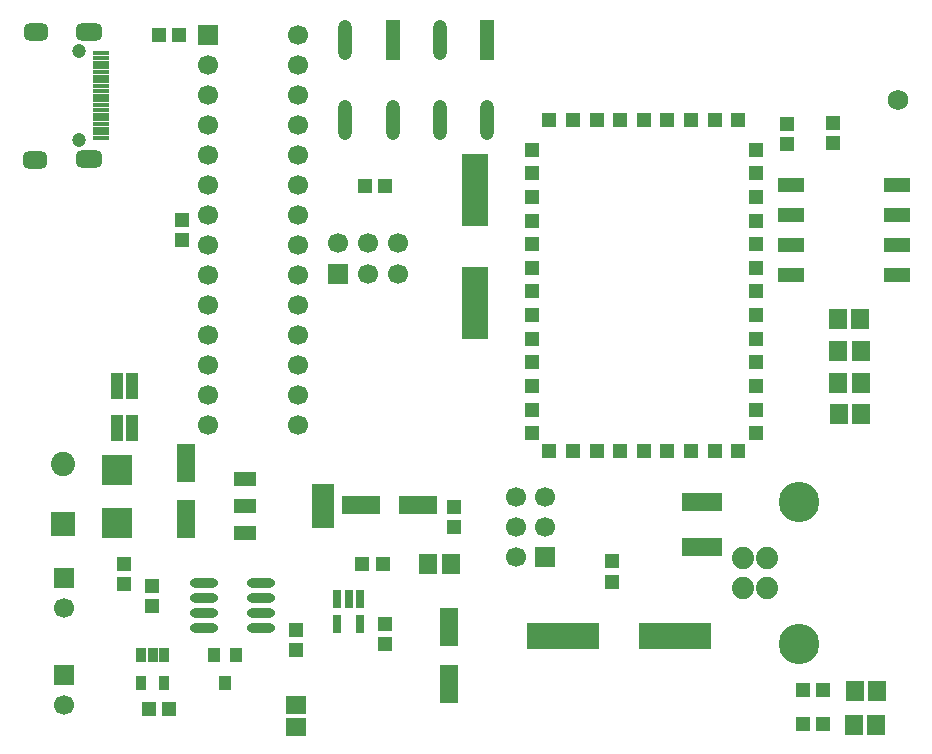
<source format=gts>
%FSLAX42Y42*%
%MOMM*%
G71*
G01*
G75*
G04 Layer_Color=8388736*
%ADD10R,1.30X1.50*%
%ADD11R,1.00X1.10*%
%ADD12R,1.10X1.00*%
%ADD13O,2.20X0.60*%
%ADD14R,1.50X1.30*%
%ADD15R,1.40X3.00*%
%ADD16R,3.00X1.40*%
%ADD17O,1.00X3.20*%
%ADD18R,1.00X3.20*%
%ADD19R,2.00X1.10*%
%ADD20R,6.00X2.00*%
%ADD21R,2.00X6.00*%
%ADD22R,0.80X2.00*%
%ADD23R,1.75X3.50*%
%ADD24R,1.75X1.10*%
%ADD25R,1.75X1.10*%
%ADD26R,2.30X2.30*%
%ADD27R,0.90X0.95*%
%ADD28R,0.90X0.95*%
%ADD29R,0.65X1.10*%
%ADD30R,0.55X1.45*%
%ADD31R,0.55X1.45*%
%ADD32R,1.00X1.00*%
%ADD33R,3.30X1.40*%
%ADD34C,1.00*%
%ADD35R,1.20X0.23*%
%ADD36C,0.40*%
%ADD37C,0.45*%
%ADD38C,0.25*%
%ADD39C,0.60*%
%ADD40C,0.25*%
%ADD41C,0.30*%
%ADD42C,1.52*%
%ADD43C,3.22*%
%ADD44C,1.68*%
%ADD45C,1.50*%
%ADD46R,1.50X1.50*%
%ADD47R,1.50X1.50*%
%ADD48C,1.85*%
%ADD49R,1.85X1.85*%
G04:AMPARAMS|DCode=50|XSize=1.25mm|YSize=2mm|CornerRadius=0.31mm|HoleSize=0mm|Usage=FLASHONLY|Rotation=270.000|XOffset=0mm|YOffset=0mm|HoleType=Round|Shape=RoundedRectangle|*
%AMROUNDEDRECTD50*
21,1,1.25,1.38,0,0,270.0*
21,1,0.63,2.00,0,0,270.0*
1,1,0.63,-0.69,-0.31*
1,1,0.63,-0.69,0.31*
1,1,0.63,0.69,0.31*
1,1,0.63,0.69,-0.31*
%
%ADD50ROUNDEDRECTD50*%
G04:AMPARAMS|DCode=51|XSize=1.25mm|YSize=1.8mm|CornerRadius=0.31mm|HoleSize=0mm|Usage=FLASHONLY|Rotation=270.000|XOffset=0mm|YOffset=0mm|HoleType=Round|Shape=RoundedRectangle|*
%AMROUNDEDRECTD51*
21,1,1.25,1.18,0,0,270.0*
21,1,0.63,1.80,0,0,270.0*
1,1,0.63,-0.59,-0.31*
1,1,0.63,-0.59,0.31*
1,1,0.63,0.59,0.31*
1,1,0.63,0.59,-0.31*
%
%ADD51ROUNDEDRECTD51*%
%ADD52C,0.70*%
%ADD53C,0.66*%
%ADD54O,0.85X0.30*%
%ADD55O,0.30X0.85*%
%ADD56R,2.80X2.80*%
%ADD57O,0.25X0.75*%
%ADD58O,0.75X0.25*%
%ADD59R,3.80X3.80*%
%ADD60R,1.70X1.10*%
%ADD61R,1.40X3.30*%
%ADD62R,2.00X0.70*%
%ADD63C,0.50*%
%ADD64C,0.10*%
%ADD65C,0.20*%
%ADD66C,0.10*%
%ADD67C,0.80*%
%ADD68C,0.13*%
%ADD69C,0.20*%
%ADD70R,0.70X0.60*%
%ADD71R,0.60X0.70*%
%ADD72R,1.50X1.70*%
%ADD73R,1.20X1.30*%
%ADD74R,1.30X1.20*%
%ADD75O,2.40X0.80*%
%ADD76R,1.70X1.50*%
%ADD77R,1.60X3.20*%
%ADD78R,3.20X1.60*%
%ADD79O,1.20X3.40*%
%ADD80R,1.20X3.40*%
%ADD81R,2.20X1.30*%
%ADD82R,6.20X2.20*%
%ADD83R,2.20X6.20*%
%ADD84R,1.00X2.20*%
%ADD85R,1.95X3.70*%
%ADD86R,1.95X1.30*%
%ADD87R,1.95X1.30*%
%ADD88R,2.50X2.50*%
%ADD89R,1.10X1.15*%
%ADD90R,1.10X1.15*%
%ADD91R,0.85X1.30*%
%ADD92R,0.75X1.65*%
%ADD93R,0.75X1.65*%
%ADD94R,1.20X1.20*%
%ADD95R,3.50X1.60*%
%ADD96C,1.20*%
%ADD97R,1.40X0.43*%
%ADD98C,1.73*%
%ADD99C,3.42*%
%ADD100C,1.88*%
%ADD101C,1.70*%
%ADD102R,1.70X1.70*%
%ADD103R,1.70X1.70*%
%ADD104C,2.05*%
%ADD105R,2.05X2.05*%
G04:AMPARAMS|DCode=106|XSize=1.45mm|YSize=2.2mm|CornerRadius=0.41mm|HoleSize=0mm|Usage=FLASHONLY|Rotation=270.000|XOffset=0mm|YOffset=0mm|HoleType=Round|Shape=RoundedRectangle|*
%AMROUNDEDRECTD106*
21,1,1.45,1.38,0,0,270.0*
21,1,0.63,2.20,0,0,270.0*
1,1,0.83,-0.69,-0.31*
1,1,0.83,-0.69,0.31*
1,1,0.83,0.69,0.31*
1,1,0.83,0.69,-0.31*
%
%ADD106ROUNDEDRECTD106*%
G04:AMPARAMS|DCode=107|XSize=1.45mm|YSize=2mm|CornerRadius=0.41mm|HoleSize=0mm|Usage=FLASHONLY|Rotation=270.000|XOffset=0mm|YOffset=0mm|HoleType=Round|Shape=RoundedRectangle|*
%AMROUNDEDRECTD107*
21,1,1.45,1.18,0,0,270.0*
21,1,0.63,2.00,0,0,270.0*
1,1,0.83,-0.59,-0.31*
1,1,0.83,-0.59,0.31*
1,1,0.83,0.59,0.31*
1,1,0.83,0.59,-0.31*
%
%ADD107ROUNDEDRECTD107*%
D72*
X594Y1219D02*
D03*
X784D02*
D03*
X597Y949D02*
D03*
X787D02*
D03*
X597Y679D02*
D03*
X787D02*
D03*
X602Y414D02*
D03*
X792D02*
D03*
X919Y-2219D02*
D03*
X729D02*
D03*
X927Y-1929D02*
D03*
X737D02*
D03*
X-2686Y-861D02*
D03*
X-2876D02*
D03*
D73*
X-4962Y2056D02*
D03*
Y1886D02*
D03*
X550Y2704D02*
D03*
Y2874D02*
D03*
X163Y2868D02*
D03*
Y2698D02*
D03*
X-1315Y-1006D02*
D03*
Y-836D02*
D03*
X-2653Y-543D02*
D03*
Y-373D02*
D03*
X-5452Y-854D02*
D03*
Y-1024D02*
D03*
X-5212Y-1044D02*
D03*
Y-1214D02*
D03*
X-3992Y-1419D02*
D03*
Y-1589D02*
D03*
X-3240Y-1364D02*
D03*
Y-1534D02*
D03*
D74*
X299Y-1925D02*
D03*
X469D02*
D03*
X297Y-2212D02*
D03*
X467D02*
D03*
X-5151Y3623D02*
D03*
X-4981D02*
D03*
X-3411Y2343D02*
D03*
X-3241D02*
D03*
X-3262Y-855D02*
D03*
X-3432D02*
D03*
X-5067Y-2088D02*
D03*
X-5237D02*
D03*
D75*
X-4292Y-1403D02*
D03*
Y-1276D02*
D03*
Y-1149D02*
D03*
Y-1022D02*
D03*
X-4772Y-1403D02*
D03*
Y-1276D02*
D03*
Y-1149D02*
D03*
Y-1022D02*
D03*
D76*
X-3994Y-2239D02*
D03*
Y-2049D02*
D03*
D77*
X-4922Y-480D02*
D03*
Y0D02*
D03*
X-2700Y-1392D02*
D03*
Y-1873D02*
D03*
D78*
X-3443Y-362D02*
D03*
X-2962D02*
D03*
D79*
X-2777Y2902D02*
D03*
X-2377D02*
D03*
X-2777Y3583D02*
D03*
X-3577Y2902D02*
D03*
X-3177D02*
D03*
X-3577Y3583D02*
D03*
D80*
X-2377Y3583D02*
D03*
X-3177Y3583D02*
D03*
D81*
X1090Y1588D02*
D03*
X200D02*
D03*
Y2350D02*
D03*
Y2096D02*
D03*
Y1842D02*
D03*
X1090D02*
D03*
Y2096D02*
D03*
Y2350D02*
D03*
D82*
X-782Y-1465D02*
D03*
X-1733D02*
D03*
D83*
X-2480Y2305D02*
D03*
Y1355D02*
D03*
D84*
X-5383Y295D02*
D03*
X-5510D02*
D03*
X-5383Y650D02*
D03*
X-5510D02*
D03*
D85*
X-3770Y-367D02*
D03*
D86*
X-4430Y-597D02*
D03*
Y-367D02*
D03*
D87*
Y-138D02*
D03*
D88*
X-5508Y-60D02*
D03*
Y-510D02*
D03*
D89*
X-4598Y-1865D02*
D03*
X-4503Y-1630D02*
D03*
D90*
X-4693D02*
D03*
D91*
X-5112Y-1867D02*
D03*
X-5303D02*
D03*
Y-1627D02*
D03*
X-5208D02*
D03*
X-5112D02*
D03*
D92*
X-3455Y-1150D02*
D03*
D93*
X-3550Y-1150D02*
D03*
X-3645D02*
D03*
Y-1365D02*
D03*
X-3455D02*
D03*
D94*
X-1850Y2900D02*
D03*
X-1650D02*
D03*
X-1450D02*
D03*
X-1250D02*
D03*
X-1050D02*
D03*
X-850D02*
D03*
X-650D02*
D03*
X-450D02*
D03*
X-250D02*
D03*
X-100Y2650D02*
D03*
Y2450D02*
D03*
Y2250D02*
D03*
Y2050D02*
D03*
Y1850D02*
D03*
Y1650D02*
D03*
Y1450D02*
D03*
Y1250D02*
D03*
Y1050D02*
D03*
Y850D02*
D03*
Y650D02*
D03*
Y450D02*
D03*
Y250D02*
D03*
X-250Y100D02*
D03*
X-450D02*
D03*
X-650D02*
D03*
X-850D02*
D03*
X-1050D02*
D03*
X-1250D02*
D03*
X-1450D02*
D03*
X-1650D02*
D03*
X-1850D02*
D03*
X-2000Y250D02*
D03*
Y450D02*
D03*
Y650D02*
D03*
Y850D02*
D03*
Y1050D02*
D03*
Y1250D02*
D03*
Y1450D02*
D03*
Y1650D02*
D03*
Y1850D02*
D03*
Y2050D02*
D03*
Y2250D02*
D03*
Y2450D02*
D03*
Y2650D02*
D03*
D95*
X-560Y-335D02*
D03*
Y-715D02*
D03*
D96*
X-5828Y2732D02*
D03*
Y3483D02*
D03*
D97*
X-5648Y2747D02*
D03*
Y2788D02*
D03*
Y2828D02*
D03*
Y2868D02*
D03*
Y2908D02*
D03*
Y2948D02*
D03*
Y2988D02*
D03*
Y3028D02*
D03*
Y3068D02*
D03*
Y3108D02*
D03*
Y3148D02*
D03*
Y3188D02*
D03*
Y3228D02*
D03*
Y3267D02*
D03*
Y3308D02*
D03*
Y3347D02*
D03*
Y3388D02*
D03*
Y3428D02*
D03*
Y3467D02*
D03*
D98*
X1105Y3075D02*
D03*
D99*
X265Y-335D02*
D03*
Y-1535D02*
D03*
D100*
X-6Y-810D02*
D03*
Y-1060D02*
D03*
X-206D02*
D03*
Y-810D02*
D03*
D101*
X-2136Y-294D02*
D03*
X-1883D02*
D03*
X-2136Y-548D02*
D03*
X-1883D02*
D03*
X-2136Y-802D02*
D03*
X-4743Y3370D02*
D03*
Y3116D02*
D03*
Y2862D02*
D03*
Y2608D02*
D03*
Y2354D02*
D03*
Y2100D02*
D03*
Y1846D02*
D03*
Y1592D02*
D03*
Y1338D02*
D03*
Y1084D02*
D03*
Y830D02*
D03*
Y576D02*
D03*
Y322D02*
D03*
X-3981Y3624D02*
D03*
Y3370D02*
D03*
Y3116D02*
D03*
Y2862D02*
D03*
Y2608D02*
D03*
Y2354D02*
D03*
Y2100D02*
D03*
Y1846D02*
D03*
Y1592D02*
D03*
Y1338D02*
D03*
Y1084D02*
D03*
Y830D02*
D03*
Y576D02*
D03*
Y322D02*
D03*
X-3134Y1857D02*
D03*
Y1602D02*
D03*
X-3388Y1857D02*
D03*
Y1602D02*
D03*
X-3642Y1857D02*
D03*
X-5960Y-1234D02*
D03*
X-5960Y-2054D02*
D03*
D102*
X-1883Y-802D02*
D03*
X-5960Y-980D02*
D03*
X-5960Y-1800D02*
D03*
D103*
X-4743Y3624D02*
D03*
X-3642Y1602D02*
D03*
D104*
X-5965Y-11D02*
D03*
D105*
Y-519D02*
D03*
D106*
X-5747Y2570D02*
D03*
Y3650D02*
D03*
D107*
X-6197D02*
D03*
X-6208Y2565D02*
D03*
M02*

</source>
